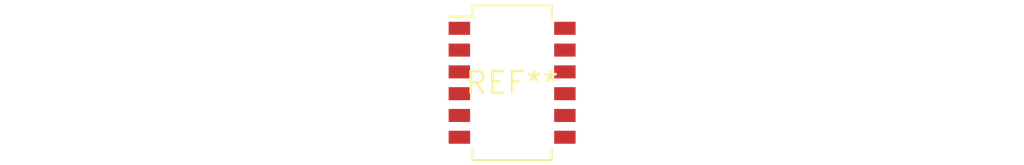
<source format=kicad_pcb>
(kicad_pcb (version 20240108) (generator pcbnew)
  (layers (0 "F.Cu" signal) (31 "B.Cu" signal) (34 "B.Paste" user) (35 "F.Paste" user) (36 "B.SilkS" user "B.Silkscreen") (37 "F.SilkS" user "F.Silkscreen") (38 "B.Mask" user) (39 "F.Mask" user) (44 "Edge.Cuts" user))
  (net 0 "")
  (footprint "SW_DIP_SPSTx06_Slide_Omron_A6H-6101_W6.15mm_P1.27mm" (layer "F.Cu") (at 0 0)
    (property "Reference" "REF**")
    (property "Value" "SW_DIP_SPSTx06_Slide_Omron_A6H-6101_W6.15mm_P1.27mm")
    (fp_line (start -3.7 -3.855) (end -2.309 -3.855) (layer "F.SilkS") (stroke (width 0.12)))
    (fp_line (start -2.309 -4.505) (end -2.309 -3.855) (layer "F.SilkS") (stroke (width 0.12)))
    (fp_line (start -2.309 -4.505) (end 2.31 -4.505) (layer "F.SilkS") (stroke (width 0.12)))
    (fp_line (start -2.309 3.795) (end -2.309 4.505) (layer "F.SilkS") (stroke (width 0.12)))
    (fp_line (start -2.309 4.505) (end 2.31 4.505) (layer "F.SilkS") (stroke (width 0.12)))
    (fp_line (start 2.31 -4.505) (end 2.31 -3.795) (layer "F.SilkS") (stroke (width 0.12)))
    (fp_line (start 2.31 3.795) (end 2.31 4.505) (layer "F.SilkS") (stroke (width 0.12)))
    (pad "1" smd rect (at -3.075 -3.175) (size 1.25 0.76) (layers "F.Cu" "F.Paste" "F.Mask"))
    (pad "2" smd rect (at -3.075 -1.905) (size 1.25 0.76) (layers "F.Cu" "F.Paste" "F.Mask"))
    (pad "3" smd rect (at -3.075 -0.635) (size 1.25 0.76) (layers "F.Cu" "F.Paste" "F.Mask"))
    (pad "4" smd rect (at -3.075 0.635) (size 1.25 0.76) (layers "F.Cu" "F.Paste" "F.Mask"))
    (pad "5" smd rect (at -3.075 1.905) (size 1.25 0.76) (layers "F.Cu" "F.Paste" "F.Mask"))
    (pad "6" smd rect (at -3.075 3.175) (size 1.25 0.76) (layers "F.Cu" "F.Paste" "F.Mask"))
    (pad "7" smd rect (at 3.075 3.175) (size 1.25 0.76) (layers "F.Cu" "F.Paste" "F.Mask"))
    (pad "8" smd rect (at 3.075 1.905) (size 1.25 0.76) (layers "F.Cu" "F.Paste" "F.Mask"))
    (pad "9" smd rect (at 3.075 0.635) (size 1.25 0.76) (layers "F.Cu" "F.Paste" "F.Mask"))
    (pad "10" smd rect (at 3.075 -0.635) (size 1.25 0.76) (layers "F.Cu" "F.Paste" "F.Mask"))
    (pad "11" smd rect (at 3.075 -1.905) (size 1.25 0.76) (layers "F.Cu" "F.Paste" "F.Mask"))
    (pad "12" smd rect (at 3.075 -3.175) (size 1.25 0.76) (layers "F.Cu" "F.Paste" "F.Mask"))
  )
)
</source>
